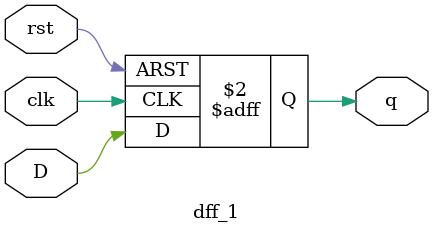
<source format=v>
`timescale 1ns / 1ps


module dff_1(
input D,
input clk,
input rst,
output reg  q
    );
    
always @(posedge (clk) , posedge (rst))begin
  if (rst)begin
    q<= 1'b0;
    end else begin
    q<=D;
    end
    end
   
 
endmodule

</source>
